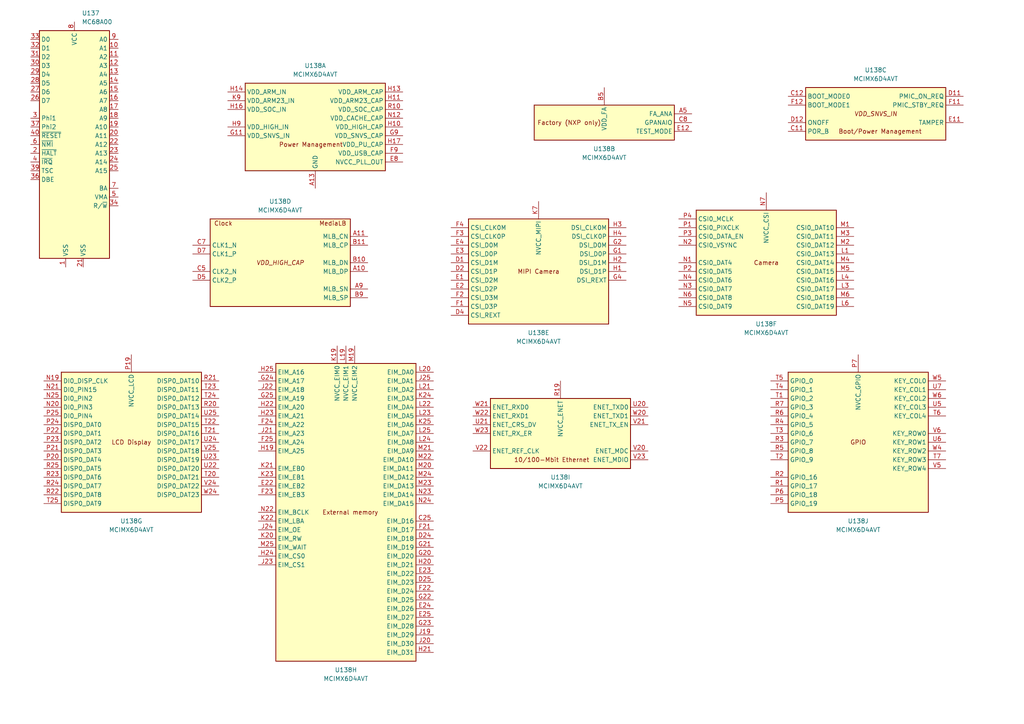
<source format=kicad_sch>
(kicad_sch (version 20250114) (generator "eeschema") (generator_version "9.0")
  (paper "A4")
  (symbol (lib_id "CPU_NXP_6800:MC68A00") (at 21.59 41.91 0) (unit 1)
    (property "Reference" "U137" (at 23.7333 3.81 0) (effects (justify left)))
    (property "Value" "MC68A00" (at 23.7333 6.35 0) (effects (justify left)))
    (property "Footprint" "Package_DIP:DIP-40_W15.24mm" (effects (hide yes)))
    (property "Datasheet" "http://pdf.datasheetcatalog.com/datasheet/motorola/MC68A00L.pdf" (effects (hide yes)))
    (property "Description" "8-Bit Microprocessing unit 1.5MHz, DIP-40" (effects (hide yes)))
  )
  (symbol (lib_id "CPU_NXP_IMX:MCIMX6D4AVT") (at 222.25 76.2 0) (unit 6)
    (property "Reference" "U138" (at 222.25 93.98 0))
    (property "Value" "MCIMX6D4AVT" (at 222.25 96.52 0))
    (property "Footprint" "Package_BGA:BGA-624_21x21mm_Layout25x25_P0.8mm" (effects (hide yes)))
    (property "Datasheet" "https://www.nxp.com/docs/en/data-sheet/IMX6DQAEC.pdf" (effects (hide yes)))
    (property "Description" "i.MX 6Dual Automotive and Infotainment Application Processor, BGA-624" (effects (hide yes)))
  )
  (symbol (lib_id "CPU_NXP_IMX:MCIMX6D4AVT") (at 156.21 78.74 0) (unit 5)
    (property "Reference" "U138" (at 156.21 96.52 0))
    (property "Value" "MCIMX6D4AVT" (at 156.21 99.06 0))
    (property "Footprint" "Package_BGA:BGA-624_21x21mm_Layout25x25_P0.8mm" (effects (hide yes)))
    (property "Datasheet" "https://www.nxp.com/docs/en/data-sheet/IMX6DQAEC.pdf" (effects (hide yes)))
    (property "Description" "i.MX 6Dual Automotive and Infotainment Application Processor, BGA-624" (effects (hide yes)))
  )
  (symbol (lib_id "CPU_NXP_IMX:MCIMX6D4AVT") (at 81.28 76.2 0) (unit 4)
    (property "Reference" "U138" (at 81.28 58.42 0))
    (property "Value" "MCIMX6D4AVT" (at 81.28 60.96 0))
    (property "Footprint" "Package_BGA:BGA-624_21x21mm_Layout25x25_P0.8mm" (effects (hide yes)))
    (property "Datasheet" "https://www.nxp.com/docs/en/data-sheet/IMX6DQAEC.pdf" (effects (hide yes)))
    (property "Description" "i.MX 6Dual Automotive and Infotainment Application Processor, BGA-624" (effects (hide yes)))
  )
  (symbol (lib_id "CPU_NXP_IMX:MCIMX6D4AVT") (at 175.26 35.56 0) (unit 2)
    (property "Reference" "U138" (at 175.26 43.18 0))
    (property "Value" "MCIMX6D4AVT" (at 175.26 45.72 0))
    (property "Footprint" "Package_BGA:BGA-624_21x21mm_Layout25x25_P0.8mm" (effects (hide yes)))
    (property "Datasheet" "https://www.nxp.com/docs/en/data-sheet/IMX6DQAEC.pdf" (effects (hide yes)))
    (property "Description" "i.MX 6Dual Automotive and Infotainment Application Processor, BGA-624" (effects (hide yes)))
  )
  (symbol (lib_id "CPU_NXP_IMX:MCIMX6D4AVT") (at 91.44 36.83 0) (unit 1)
    (property "Reference" "U138" (at 91.44 19.05 0))
    (property "Value" "MCIMX6D4AVT" (at 91.44 21.59 0))
    (property "Footprint" "Package_BGA:BGA-624_21x21mm_Layout25x25_P0.8mm" (effects (hide yes)))
    (property "Datasheet" "https://www.nxp.com/docs/en/data-sheet/IMX6DQAEC.pdf" (effects (hide yes)))
    (property "Description" "i.MX 6Dual Automotive and Infotainment Application Processor, BGA-624" (effects (hide yes)))
  )
  (symbol (lib_id "CPU_NXP_IMX:MCIMX6D4AVT") (at 38.1 128.27 0) (unit 7)
    (property "Reference" "U138" (at 38.1 151.13 0))
    (property "Value" "MCIMX6D4AVT" (at 38.1 153.67 0))
    (property "Footprint" "Package_BGA:BGA-624_21x21mm_Layout25x25_P0.8mm" (effects (hide yes)))
    (property "Datasheet" "https://www.nxp.com/docs/en/data-sheet/IMX6DQAEC.pdf" (effects (hide yes)))
    (property "Description" "i.MX 6Dual Automotive and Infotainment Application Processor, BGA-624" (effects (hide yes)))
  )
  (symbol (lib_id "CPU_NXP_IMX:MCIMX6D4AVT") (at 248.92 128.27 0) (unit 10)
    (property "Reference" "U138" (at 248.92 151.13 0))
    (property "Value" "MCIMX6D4AVT" (at 248.92 153.67 0))
    (property "Footprint" "Package_BGA:BGA-624_21x21mm_Layout25x25_P0.8mm" (effects (hide yes)))
    (property "Datasheet" "https://www.nxp.com/docs/en/data-sheet/IMX6DQAEC.pdf" (effects (hide yes)))
    (property "Description" "i.MX 6Dual Automotive and Infotainment Application Processor, BGA-624" (effects (hide yes)))
  )
  (symbol (lib_id "CPU_NXP_IMX:MCIMX6D4AVT") (at 100.33 148.59 0) (unit 8)
    (property "Reference" "U138" (at 100.33 194.31 0))
    (property "Value" "MCIMX6D4AVT" (at 100.33 196.85 0))
    (property "Footprint" "Package_BGA:BGA-624_21x21mm_Layout25x25_P0.8mm" (effects (hide yes)))
    (property "Datasheet" "https://www.nxp.com/docs/en/data-sheet/IMX6DQAEC.pdf" (effects (hide yes)))
    (property "Description" "i.MX 6Dual Automotive and Infotainment Application Processor, BGA-624" (effects (hide yes)))
  )
  (symbol (lib_id "CPU_NXP_IMX:MCIMX6D4AVT") (at 162.56 125.73 0) (unit 9)
    (property "Reference" "U138" (at 162.56 138.43 0))
    (property "Value" "MCIMX6D4AVT" (at 162.56 140.97 0))
    (property "Footprint" "Package_BGA:BGA-624_21x21mm_Layout25x25_P0.8mm" (effects (hide yes)))
    (property "Datasheet" "https://www.nxp.com/docs/en/data-sheet/IMX6DQAEC.pdf" (effects (hide yes)))
    (property "Description" "i.MX 6Dual Automotive and Infotainment Application Processor, BGA-624" (effects (hide yes)))
  )
  (symbol (lib_id "CPU_NXP_IMX:MCIMX6D4AVT") (at 254 33.02 0) (unit 3)
    (property "Reference" "U138" (at 254 20.32 0))
    (property "Value" "MCIMX6D4AVT" (at 254 22.86 0))
    (property "Footprint" "Package_BGA:BGA-624_21x21mm_Layout25x25_P0.8mm" (effects (hide yes)))
    (property "Datasheet" "https://www.nxp.com/docs/en/data-sheet/IMX6DQAEC.pdf" (effects (hide yes)))
    (property "Description" "i.MX 6Dual Automotive and Infotainment Application Processor, BGA-624" (effects (hide yes)))
  )
)
</source>
